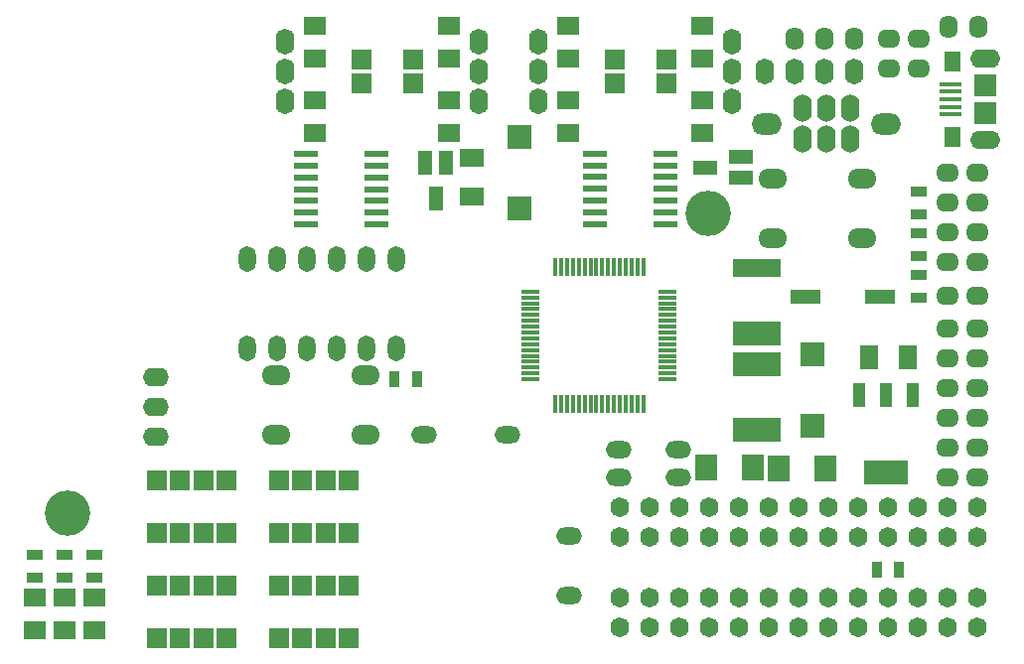
<source format=gts>
G04 (created by PCBNEW (2013-07-07 BZR 4022)-stable) date 9/7/2556 23:50:31*
%MOIN*%
G04 Gerber Fmt 3.4, Leading zero omitted, Abs format*
%FSLAX34Y34*%
G01*
G70*
G90*
G04 APERTURE LIST*
%ADD10C,0.00590551*%
%ADD11O,0.062X0.067*%
%ADD12C,0.152*%
%ADD13O,0.062X0.087*%
%ADD14R,0.0729X0.0649*%
%ADD15O,0.087X0.057*%
%ADD16O,0.097X0.066*%
%ADD17O,0.062X0.092*%
%ADD18O,0.102X0.072*%
%ADD19R,0.012X0.062*%
%ADD20R,0.062X0.012*%
%ADD21O,0.057X0.087*%
%ADD22R,0.146X0.082*%
%ADD23R,0.042X0.082*%
%ADD24R,0.0807X0.0217*%
%ADD25O,0.087X0.062*%
%ADD26R,0.0807X0.0807*%
%ADD27O,0.077X0.062*%
%ADD28R,0.047X0.082*%
%ADD29R,0.082X0.047*%
%ADD30R,0.057X0.037*%
%ADD31R,0.162X0.082*%
%ADD32R,0.0729X0.0886*%
%ADD33R,0.1004X0.0492*%
%ADD34R,0.082X0.062*%
%ADD35R,0.062X0.082*%
%ADD36R,0.162X0.062*%
%ADD37R,0.037X0.057*%
%ADD38R,0.072X0.0177*%
%ADD39R,0.0571X0.065*%
%ADD40R,0.0768X0.0768*%
%ADD41O,0.1004X0.0614*%
%ADD42O,0.1004X0.062*%
%ADD43R,0.065X0.065*%
%ADD44O,0.062X0.077*%
G04 APERTURE END LIST*
G54D10*
G54D11*
X71949Y-48170D03*
X71949Y-49170D03*
X70949Y-48170D03*
X70949Y-49170D03*
X69949Y-48170D03*
X69949Y-49170D03*
X68949Y-48170D03*
X68949Y-49170D03*
X67949Y-48170D03*
X67949Y-49170D03*
X66949Y-48170D03*
X66949Y-49170D03*
X65949Y-48170D03*
X65949Y-49170D03*
X64949Y-48170D03*
X64949Y-49170D03*
X63949Y-48170D03*
X63949Y-49170D03*
X62949Y-48170D03*
X62949Y-49170D03*
X61949Y-48170D03*
X61949Y-49170D03*
X60949Y-48170D03*
X60949Y-49170D03*
X59949Y-48170D03*
X59949Y-49170D03*
G54D12*
X41402Y-45342D03*
X62898Y-35283D03*
G54D13*
X64820Y-30520D03*
X65820Y-30520D03*
X66820Y-30520D03*
X67820Y-30520D03*
G54D14*
X40320Y-48161D03*
X40320Y-49279D03*
G54D15*
X58246Y-48116D03*
X58246Y-46116D03*
G54D16*
X68070Y-34120D03*
X68070Y-36120D03*
X65070Y-34120D03*
X65070Y-36120D03*
G54D17*
X67670Y-31750D03*
X67670Y-32770D03*
X66870Y-31750D03*
X66870Y-32770D03*
X66070Y-31750D03*
X66070Y-32770D03*
G54D18*
X64870Y-32260D03*
X68870Y-32260D03*
G54D15*
X61914Y-43204D03*
X59914Y-43204D03*
G54D14*
X41320Y-48161D03*
X41320Y-49279D03*
X42320Y-48161D03*
X42320Y-49279D03*
G54D19*
X59743Y-37071D03*
X59548Y-37071D03*
X59353Y-37071D03*
X59153Y-37071D03*
X58958Y-37071D03*
X58763Y-37071D03*
X58563Y-37071D03*
X58368Y-37071D03*
X58173Y-37071D03*
X57973Y-37071D03*
X57778Y-37071D03*
X59743Y-41671D03*
X59548Y-41671D03*
X59353Y-41671D03*
X59153Y-41671D03*
X58958Y-41671D03*
X58763Y-41671D03*
X58563Y-41671D03*
X58368Y-41671D03*
X58173Y-41671D03*
X57973Y-41671D03*
X57778Y-41671D03*
G54D20*
X61553Y-37896D03*
X61553Y-38091D03*
X61553Y-38291D03*
X61553Y-38486D03*
X61553Y-38681D03*
X61553Y-38881D03*
X61553Y-39076D03*
X61553Y-39271D03*
X61553Y-39471D03*
X61553Y-39666D03*
X61553Y-39861D03*
X56953Y-39861D03*
X56953Y-39666D03*
X56953Y-39471D03*
X56953Y-39271D03*
X56953Y-39076D03*
X56953Y-38881D03*
X56953Y-38681D03*
X56953Y-38486D03*
X56953Y-38291D03*
X56953Y-38091D03*
X56953Y-37896D03*
X56953Y-40061D03*
X56953Y-40256D03*
X56953Y-40451D03*
X56953Y-40651D03*
X56953Y-40846D03*
X61553Y-40846D03*
X61553Y-40651D03*
X61553Y-40451D03*
X61553Y-40256D03*
X61553Y-40061D03*
G54D19*
X59943Y-41671D03*
X60138Y-41671D03*
X60333Y-41671D03*
X60533Y-41671D03*
X60728Y-41671D03*
X59943Y-37071D03*
X60138Y-37071D03*
X60333Y-37071D03*
X60533Y-37071D03*
X60728Y-37071D03*
G54D21*
X52423Y-36816D03*
X47423Y-36816D03*
X47423Y-39808D03*
X52423Y-39808D03*
X51423Y-39808D03*
X50423Y-39808D03*
X49423Y-39808D03*
X48423Y-39808D03*
X51423Y-36816D03*
X50423Y-36816D03*
X49423Y-36816D03*
X48423Y-36816D03*
G54D22*
X68880Y-43980D03*
G54D23*
X68880Y-41380D03*
X67980Y-41380D03*
X69780Y-41380D03*
G54D13*
X63720Y-31520D03*
X63720Y-30520D03*
X63720Y-29520D03*
X57220Y-31520D03*
X57220Y-30520D03*
X57220Y-29520D03*
X55220Y-31520D03*
X55220Y-30520D03*
X55220Y-29520D03*
X48720Y-31520D03*
X48720Y-30520D03*
X48720Y-29520D03*
G54D24*
X51763Y-35643D03*
X51764Y-35249D03*
X51764Y-34856D03*
X51764Y-34462D03*
X51764Y-34068D03*
X51764Y-33674D03*
X51764Y-33281D03*
X49401Y-35643D03*
X49401Y-35249D03*
X49401Y-34856D03*
X49401Y-34462D03*
X49401Y-34068D03*
X49401Y-33674D03*
X49401Y-33281D03*
X61471Y-35631D03*
X61472Y-35237D03*
X61472Y-34844D03*
X61472Y-34450D03*
X61472Y-34056D03*
X61472Y-33662D03*
X61472Y-33269D03*
X59109Y-35631D03*
X59109Y-35237D03*
X59109Y-34844D03*
X59109Y-34450D03*
X59109Y-34056D03*
X59109Y-33662D03*
X59109Y-33269D03*
G54D25*
X44370Y-40760D03*
X44370Y-41760D03*
X44370Y-42760D03*
G54D26*
X56580Y-32700D03*
X56580Y-35100D03*
G54D15*
X61914Y-44136D03*
X59914Y-44136D03*
G54D27*
X70950Y-43150D03*
X70950Y-42150D03*
X70950Y-41150D03*
X70950Y-40150D03*
X70950Y-39150D03*
G54D28*
X53410Y-33581D03*
X54110Y-33581D03*
X53760Y-34781D03*
G54D29*
X63992Y-33373D03*
X63992Y-34073D03*
X62792Y-33723D03*
G54D30*
X69970Y-38095D03*
X69970Y-37345D03*
X69970Y-36695D03*
X69970Y-35945D03*
X41320Y-46745D03*
X41320Y-47495D03*
X42320Y-46745D03*
X42320Y-47495D03*
G54D27*
X71946Y-33906D03*
X71946Y-34906D03*
X71946Y-35906D03*
X71946Y-36906D03*
G54D30*
X69970Y-35295D03*
X69970Y-34545D03*
G54D31*
X64526Y-40348D03*
X64526Y-42548D03*
G54D27*
X69970Y-30420D03*
X69970Y-29420D03*
X71948Y-38028D03*
X70948Y-38028D03*
G54D14*
X58220Y-28961D03*
X58220Y-30079D03*
X62720Y-28961D03*
X62720Y-30079D03*
G54D32*
X66836Y-43828D03*
X65256Y-43828D03*
X64410Y-43820D03*
X62830Y-43820D03*
G54D33*
X68660Y-38060D03*
X66160Y-38060D03*
G54D34*
X54957Y-33405D03*
X54957Y-34705D03*
G54D35*
X69614Y-40118D03*
X68314Y-40118D03*
G54D26*
X66416Y-40002D03*
X66416Y-42402D03*
G54D14*
X49720Y-28961D03*
X49720Y-30079D03*
X54220Y-28961D03*
X54220Y-30079D03*
G54D31*
X64530Y-39290D03*
G54D36*
X64530Y-37090D03*
G54D16*
X48420Y-42720D03*
X48420Y-40720D03*
X51420Y-42720D03*
X51420Y-40720D03*
G54D37*
X53129Y-40838D03*
X52379Y-40838D03*
G54D11*
X71951Y-45149D03*
X71951Y-46149D03*
X70951Y-45149D03*
X70951Y-46149D03*
X69951Y-45149D03*
X69951Y-46149D03*
X68951Y-45149D03*
X68951Y-46149D03*
X67951Y-45149D03*
X67951Y-46149D03*
X66951Y-45149D03*
X66951Y-46149D03*
X65951Y-45149D03*
X65951Y-46149D03*
X64951Y-45149D03*
X64951Y-46149D03*
X63951Y-45149D03*
X63951Y-46149D03*
X62951Y-45149D03*
X62951Y-46149D03*
X61951Y-45149D03*
X61951Y-46149D03*
X60951Y-45149D03*
X60951Y-46149D03*
X59951Y-45149D03*
X59951Y-46149D03*
G54D14*
X49720Y-31461D03*
X49720Y-32579D03*
X54220Y-31461D03*
X54220Y-32579D03*
X58220Y-31461D03*
X58220Y-32579D03*
X62720Y-31461D03*
X62720Y-32579D03*
G54D38*
X71050Y-31444D03*
X71050Y-31188D03*
X71050Y-31700D03*
X71050Y-31956D03*
X71050Y-30932D03*
G54D39*
X71090Y-32704D03*
X71090Y-30184D03*
G54D40*
X72192Y-31916D03*
X72192Y-30972D03*
G54D41*
X72192Y-32822D03*
G54D42*
X72192Y-30066D03*
G54D27*
X68970Y-29420D03*
X68970Y-30420D03*
G54D15*
X56183Y-42714D03*
X53383Y-42714D03*
G54D43*
X50850Y-47775D03*
X50063Y-47775D03*
X49275Y-47775D03*
X48488Y-47775D03*
X50850Y-49550D03*
X50063Y-49550D03*
X49275Y-49550D03*
X48488Y-49550D03*
X61520Y-30120D03*
X61520Y-30907D03*
G54D37*
X68556Y-47226D03*
X69306Y-47226D03*
G54D30*
X40320Y-46745D03*
X40320Y-47495D03*
G54D27*
X70947Y-44150D03*
X71947Y-44150D03*
G54D43*
X51270Y-30120D03*
X51270Y-30907D03*
X53020Y-30120D03*
X53020Y-30907D03*
X59770Y-30120D03*
X59770Y-30907D03*
X46750Y-44225D03*
X45963Y-44225D03*
X45175Y-44225D03*
X44388Y-44225D03*
X46750Y-46000D03*
X45963Y-46000D03*
X45175Y-46000D03*
X44388Y-46000D03*
X46750Y-47775D03*
X45963Y-47775D03*
X45175Y-47775D03*
X44388Y-47775D03*
X46750Y-49550D03*
X45963Y-49550D03*
X45175Y-49550D03*
X44388Y-49550D03*
X50850Y-44225D03*
X50063Y-44225D03*
X49275Y-44225D03*
X48488Y-44225D03*
X50850Y-46000D03*
X50063Y-46000D03*
X49275Y-46000D03*
X48488Y-46000D03*
G54D27*
X70952Y-33906D03*
X70952Y-34906D03*
X70952Y-35906D03*
X70952Y-36906D03*
G54D44*
X65820Y-29420D03*
X66820Y-29420D03*
X67820Y-29420D03*
X70970Y-29020D03*
X71970Y-29020D03*
G54D27*
X71950Y-43150D03*
X71950Y-42150D03*
X71950Y-41150D03*
X71950Y-40150D03*
X71950Y-39150D03*
M02*

</source>
